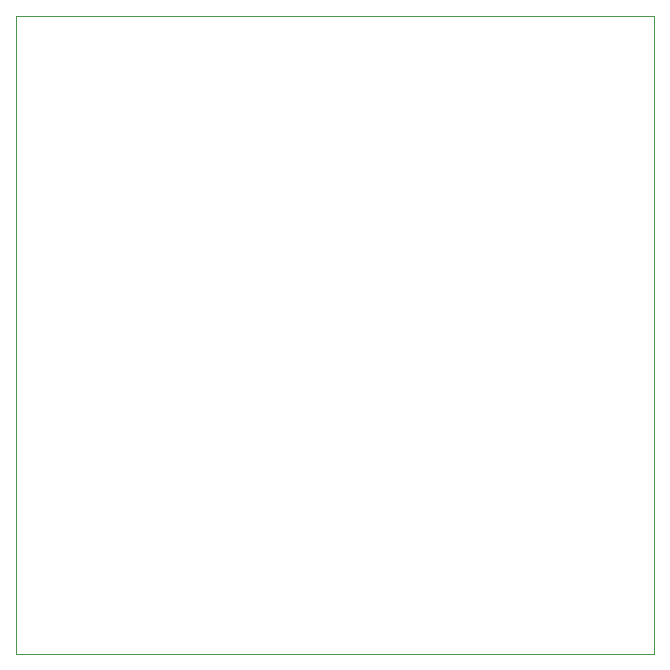
<source format=gbr>
%TF.GenerationSoftware,KiCad,Pcbnew,9.0.0*%
%TF.CreationDate,2025-03-16T19:50:11+02:00*%
%TF.ProjectId,TVP5147M1_decoder,54565035-3134-4374-9d31-5f6465636f64,rev?*%
%TF.SameCoordinates,Original*%
%TF.FileFunction,Profile,NP*%
%FSLAX46Y46*%
G04 Gerber Fmt 4.6, Leading zero omitted, Abs format (unit mm)*
G04 Created by KiCad (PCBNEW 9.0.0) date 2025-03-16 19:50:11*
%MOMM*%
%LPD*%
G01*
G04 APERTURE LIST*
%TA.AperFunction,Profile*%
%ADD10C,0.050000*%
%TD*%
G04 APERTURE END LIST*
D10*
X93500000Y-59500000D02*
X147500000Y-59500000D01*
X147500000Y-113500000D01*
X93500000Y-113500000D01*
X93500000Y-59500000D01*
M02*

</source>
